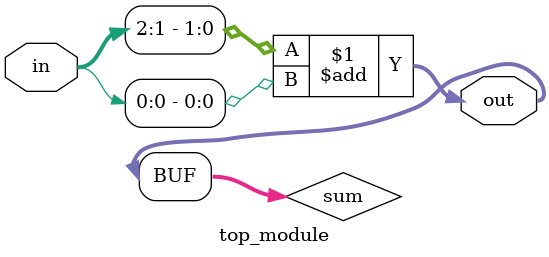
<source format=sv>
module top_module (
	input [2:0] in,
	output [1:0] out
);

	// Define intermediate wires for addition
	wire [1:0] sum;

	// Perform addition of input bits
	assign sum = in[2:1] + in[0];

	// Assign output bits
	assign out = sum;

endmodule

</source>
